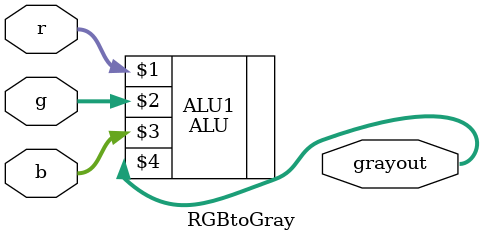
<source format=v>
module RGBtoGray (r, g, b, grayout);
  input [31:0] r,g,b;
  output [31:0] grayout;
 
ALU ALU1(r,g,b, grayout);      
endmodule           
</source>
